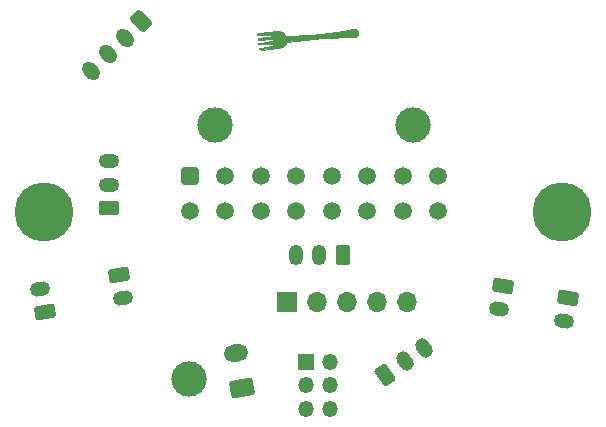
<source format=gbr>
%TF.GenerationSoftware,KiCad,Pcbnew,(6.0.1)*%
%TF.CreationDate,2022-03-14T16:44:18+09:00*%
%TF.ProjectId,v0_miniAB_pancake_board,76305f6d-696e-4694-9142-5f70616e6361,rev?*%
%TF.SameCoordinates,Original*%
%TF.FileFunction,Soldermask,Bot*%
%TF.FilePolarity,Negative*%
%FSLAX46Y46*%
G04 Gerber Fmt 4.6, Leading zero omitted, Abs format (unit mm)*
G04 Created by KiCad (PCBNEW (6.0.1)) date 2022-03-14 16:44:18*
%MOMM*%
%LPD*%
G01*
G04 APERTURE LIST*
G04 Aperture macros list*
%AMRoundRect*
0 Rectangle with rounded corners*
0 $1 Rounding radius*
0 $2 $3 $4 $5 $6 $7 $8 $9 X,Y pos of 4 corners*
0 Add a 4 corners polygon primitive as box body*
4,1,4,$2,$3,$4,$5,$6,$7,$8,$9,$2,$3,0*
0 Add four circle primitives for the rounded corners*
1,1,$1+$1,$2,$3*
1,1,$1+$1,$4,$5*
1,1,$1+$1,$6,$7*
1,1,$1+$1,$8,$9*
0 Add four rect primitives between the rounded corners*
20,1,$1+$1,$2,$3,$4,$5,0*
20,1,$1+$1,$4,$5,$6,$7,0*
20,1,$1+$1,$6,$7,$8,$9,0*
20,1,$1+$1,$8,$9,$2,$3,0*%
%AMHorizOval*
0 Thick line with rounded ends*
0 $1 width*
0 $2 $3 position (X,Y) of the first rounded end (center of the circle)*
0 $4 $5 position (X,Y) of the second rounded end (center of the circle)*
0 Add line between two ends*
20,1,$1,$2,$3,$4,$5,0*
0 Add two circle primitives to create the rounded ends*
1,1,$1,$2,$3*
1,1,$1,$4,$5*%
G04 Aperture macros list end*
%ADD10C,0.013229*%
%ADD11RoundRect,0.249999X-0.194454X0.689431X-0.689431X0.194454X0.194454X-0.689431X0.689431X-0.194454X0*%
%ADD12HorizOval,1.200000X-0.194454X0.194454X0.194454X-0.194454X0*%
%ADD13C,3.000000*%
%ADD14RoundRect,0.250001X0.835277X-0.360430X0.661629X0.624375X-0.835277X0.360430X-0.661629X-0.624375X0*%
%ADD15HorizOval,1.500000X0.256050X0.045149X-0.256050X-0.045149X0*%
%ADD16RoundRect,0.249999X-0.676283X0.236153X-0.554729X-0.453214X0.676283X-0.236153X0.554729X0.453214X0*%
%ADD17HorizOval,1.200000X-0.270822X-0.047753X0.270822X0.047753X0*%
%ADD18RoundRect,0.249999X-0.554729X0.453214X-0.676283X-0.236153X0.554729X-0.453214X0.676283X0.236153X0*%
%ADD19HorizOval,1.200000X-0.270822X0.047753X0.270822X-0.047753X0*%
%ADD20RoundRect,0.249999X0.676283X-0.236153X0.554729X0.453214X-0.676283X0.236153X-0.554729X-0.453214X0*%
%ADD21HorizOval,1.200000X0.270822X0.047753X-0.270822X-0.047753X0*%
%ADD22R,1.350000X1.350000*%
%ADD23O,1.350000X1.350000*%
%ADD24RoundRect,0.250000X0.071782X-0.712722X0.645188X-0.311218X-0.071782X0.712722X-0.645188X0.311218X0*%
%ADD25HorizOval,1.200000X-0.157734X0.225267X0.157734X-0.225267X0*%
%ADD26R,1.700000X1.700000*%
%ADD27O,1.700000X1.700000*%
%ADD28C,5.000000*%
%ADD29RoundRect,0.250000X0.350000X0.625000X-0.350000X0.625000X-0.350000X-0.625000X0.350000X-0.625000X0*%
%ADD30O,1.200000X1.750000*%
%ADD31RoundRect,0.250000X0.625000X-0.350000X0.625000X0.350000X-0.625000X0.350000X-0.625000X-0.350000X0*%
%ADD32O,1.750000X1.200000*%
%ADD33RoundRect,0.250001X-0.499999X-0.499999X0.499999X-0.499999X0.499999X0.499999X-0.499999X0.499999X0*%
%ADD34C,1.500000*%
G04 APERTURE END LIST*
D10*
X98540795Y-85126151D02*
X98555680Y-85157895D01*
X98555680Y-85157895D02*
X98568838Y-85190359D01*
X98568838Y-85190359D02*
X98580290Y-85223464D01*
X98580290Y-85223464D02*
X98590056Y-85257132D01*
X98590056Y-85257132D02*
X98598154Y-85291284D01*
X98598154Y-85291284D02*
X98604605Y-85325842D01*
X98604605Y-85325842D02*
X98609429Y-85360728D01*
X98609429Y-85360728D02*
X98612646Y-85395862D01*
X98612646Y-85395862D02*
X98614274Y-85431166D01*
X98614274Y-85431166D02*
X98614333Y-85466563D01*
X98614333Y-85466563D02*
X98612844Y-85501974D01*
X98612844Y-85501974D02*
X98609826Y-85537319D01*
X98609826Y-85537319D02*
X98605298Y-85572522D01*
X98605298Y-85572522D02*
X98599280Y-85607501D01*
X98599280Y-85607501D02*
X98591794Y-85642182D01*
X98591794Y-85642182D02*
X98582855Y-85676483D01*
X98582855Y-85676483D02*
X99402154Y-85543024D01*
X99402154Y-85543024D02*
X100177600Y-85445600D01*
X100177600Y-85445600D02*
X100918184Y-85376823D01*
X100918184Y-85376823D02*
X101632895Y-85329310D01*
X101632895Y-85329310D02*
X104412822Y-85204191D01*
X104412822Y-85204191D02*
X104428918Y-85202787D01*
X104428918Y-85202787D02*
X104444724Y-85200554D01*
X104444724Y-85200554D02*
X104460226Y-85197516D01*
X104460226Y-85197516D02*
X104475401Y-85193697D01*
X104475401Y-85193697D02*
X104490237Y-85189119D01*
X104490237Y-85189119D02*
X104504713Y-85183809D01*
X104504713Y-85183809D02*
X104518812Y-85177786D01*
X104518812Y-85177786D02*
X104532517Y-85171077D01*
X104532517Y-85171077D02*
X104545811Y-85163704D01*
X104545811Y-85163704D02*
X104558677Y-85155691D01*
X104558677Y-85155691D02*
X104571095Y-85147061D01*
X104571095Y-85147061D02*
X104583049Y-85137839D01*
X104583049Y-85137839D02*
X104594522Y-85128047D01*
X104594522Y-85128047D02*
X104605496Y-85117709D01*
X104605496Y-85117709D02*
X104615953Y-85106849D01*
X104615953Y-85106849D02*
X104625876Y-85095489D01*
X104625876Y-85095489D02*
X104635247Y-85083655D01*
X104635247Y-85083655D02*
X104644050Y-85071369D01*
X104644050Y-85071369D02*
X104652265Y-85058654D01*
X104652265Y-85058654D02*
X104659876Y-85045536D01*
X104659876Y-85045536D02*
X104666866Y-85032035D01*
X104666866Y-85032035D02*
X104673218Y-85018178D01*
X104673218Y-85018178D02*
X104678911Y-85003986D01*
X104678911Y-85003986D02*
X104683932Y-84989484D01*
X104683932Y-84989484D02*
X104688260Y-84974696D01*
X104688260Y-84974696D02*
X104691879Y-84959643D01*
X104691879Y-84959643D02*
X104694771Y-84944352D01*
X104694771Y-84944352D02*
X104696920Y-84928842D01*
X104696920Y-84928842D02*
X104698306Y-84913142D01*
X104698306Y-84913142D02*
X104698914Y-84897271D01*
X104698914Y-84897271D02*
X104698724Y-84881256D01*
X104698724Y-84881256D02*
X104697721Y-84865118D01*
X104697721Y-84865118D02*
X104695904Y-84849034D01*
X104695904Y-84849034D02*
X104693303Y-84833179D01*
X104693303Y-84833179D02*
X104689940Y-84817576D01*
X104689940Y-84817576D02*
X104685835Y-84802251D01*
X104685835Y-84802251D02*
X104681011Y-84787224D01*
X104681011Y-84787224D02*
X104675490Y-84772521D01*
X104675490Y-84772521D02*
X104669292Y-84758165D01*
X104669292Y-84758165D02*
X104662440Y-84744179D01*
X104662440Y-84744179D02*
X104654956Y-84730586D01*
X104654956Y-84730586D02*
X104646861Y-84717411D01*
X104646861Y-84717411D02*
X104638177Y-84704677D01*
X104638177Y-84704677D02*
X104628926Y-84692407D01*
X104628926Y-84692407D02*
X104619130Y-84680624D01*
X104619130Y-84680624D02*
X104608809Y-84669352D01*
X104608809Y-84669352D02*
X104597987Y-84658616D01*
X104597987Y-84658616D02*
X104586684Y-84648437D01*
X104586684Y-84648437D02*
X104574923Y-84638841D01*
X104574923Y-84638841D02*
X104562726Y-84629849D01*
X104562726Y-84629849D02*
X104550113Y-84621486D01*
X104550113Y-84621486D02*
X104537107Y-84613775D01*
X104537107Y-84613775D02*
X104523730Y-84606740D01*
X104523730Y-84606740D02*
X104510002Y-84600405D01*
X104510002Y-84600405D02*
X104495947Y-84594791D01*
X104495947Y-84594791D02*
X104481585Y-84589924D01*
X104481585Y-84589924D02*
X104466938Y-84585826D01*
X104466938Y-84585826D02*
X104452029Y-84582522D01*
X104452029Y-84582522D02*
X104436879Y-84580034D01*
X104436879Y-84580034D02*
X104421509Y-84578387D01*
X104421509Y-84578387D02*
X104405941Y-84577603D01*
X104405941Y-84577603D02*
X104390198Y-84577707D01*
X104390198Y-84577707D02*
X104374301Y-84578720D01*
X104374301Y-84578720D02*
X104358271Y-84580669D01*
X104358271Y-84580669D02*
X102909283Y-84789332D01*
X102909283Y-84789332D02*
X102184626Y-84882361D01*
X102184626Y-84882361D02*
X101459229Y-84964245D01*
X101459229Y-84964245D02*
X100732621Y-85032275D01*
X100732621Y-85032275D02*
X100004327Y-85083741D01*
X100004327Y-85083741D02*
X99273876Y-85115936D01*
X99273876Y-85115936D02*
X98540794Y-85126151D01*
X98540794Y-85126151D02*
X98540795Y-85126151D01*
X98540795Y-85126151D02*
X98540795Y-85126151D01*
G36*
X104421509Y-84578387D02*
G01*
X104436879Y-84580034D01*
X104452029Y-84582522D01*
X104466938Y-84585826D01*
X104481585Y-84589924D01*
X104495947Y-84594791D01*
X104510002Y-84600405D01*
X104523730Y-84606740D01*
X104537107Y-84613775D01*
X104550113Y-84621486D01*
X104562726Y-84629849D01*
X104574923Y-84638841D01*
X104586684Y-84648437D01*
X104597987Y-84658616D01*
X104608809Y-84669352D01*
X104619130Y-84680624D01*
X104628926Y-84692407D01*
X104638177Y-84704677D01*
X104646861Y-84717411D01*
X104654956Y-84730586D01*
X104662440Y-84744179D01*
X104669292Y-84758165D01*
X104675490Y-84772521D01*
X104681011Y-84787224D01*
X104685835Y-84802251D01*
X104689940Y-84817576D01*
X104693303Y-84833179D01*
X104695904Y-84849034D01*
X104697721Y-84865118D01*
X104698724Y-84881256D01*
X104698914Y-84897271D01*
X104698306Y-84913142D01*
X104696920Y-84928842D01*
X104694771Y-84944352D01*
X104691879Y-84959643D01*
X104688260Y-84974696D01*
X104683932Y-84989484D01*
X104678911Y-85003986D01*
X104673218Y-85018178D01*
X104666866Y-85032035D01*
X104659876Y-85045536D01*
X104652265Y-85058654D01*
X104644050Y-85071369D01*
X104635247Y-85083655D01*
X104625876Y-85095489D01*
X104615953Y-85106849D01*
X104605496Y-85117709D01*
X104594522Y-85128047D01*
X104583049Y-85137839D01*
X104571095Y-85147061D01*
X104558677Y-85155691D01*
X104545811Y-85163704D01*
X104532517Y-85171077D01*
X104518812Y-85177786D01*
X104504713Y-85183809D01*
X104490237Y-85189119D01*
X104475401Y-85193697D01*
X104460226Y-85197516D01*
X104444724Y-85200554D01*
X104428918Y-85202787D01*
X104412822Y-85204191D01*
X101632895Y-85329310D01*
X100918184Y-85376823D01*
X100177600Y-85445600D01*
X99402154Y-85543024D01*
X98582855Y-85676483D01*
X98591794Y-85642182D01*
X98599280Y-85607501D01*
X98605298Y-85572522D01*
X98609826Y-85537319D01*
X98612844Y-85501974D01*
X98614333Y-85466563D01*
X98614274Y-85431166D01*
X98612646Y-85395862D01*
X98609429Y-85360728D01*
X98604605Y-85325842D01*
X98598154Y-85291284D01*
X98590056Y-85257132D01*
X98580290Y-85223464D01*
X98568838Y-85190359D01*
X98555680Y-85157895D01*
X98540795Y-85126151D01*
X98540794Y-85126151D01*
X99273876Y-85115936D01*
X100004327Y-85083741D01*
X100732621Y-85032275D01*
X101459229Y-84964245D01*
X102184626Y-84882361D01*
X102909283Y-84789332D01*
X104358271Y-84580669D01*
X104374301Y-84578720D01*
X104390198Y-84577707D01*
X104405941Y-84577603D01*
X104421509Y-84578387D01*
G37*
X104421509Y-84578387D02*
X104436879Y-84580034D01*
X104452029Y-84582522D01*
X104466938Y-84585826D01*
X104481585Y-84589924D01*
X104495947Y-84594791D01*
X104510002Y-84600405D01*
X104523730Y-84606740D01*
X104537107Y-84613775D01*
X104550113Y-84621486D01*
X104562726Y-84629849D01*
X104574923Y-84638841D01*
X104586684Y-84648437D01*
X104597987Y-84658616D01*
X104608809Y-84669352D01*
X104619130Y-84680624D01*
X104628926Y-84692407D01*
X104638177Y-84704677D01*
X104646861Y-84717411D01*
X104654956Y-84730586D01*
X104662440Y-84744179D01*
X104669292Y-84758165D01*
X104675490Y-84772521D01*
X104681011Y-84787224D01*
X104685835Y-84802251D01*
X104689940Y-84817576D01*
X104693303Y-84833179D01*
X104695904Y-84849034D01*
X104697721Y-84865118D01*
X104698724Y-84881256D01*
X104698914Y-84897271D01*
X104698306Y-84913142D01*
X104696920Y-84928842D01*
X104694771Y-84944352D01*
X104691879Y-84959643D01*
X104688260Y-84974696D01*
X104683932Y-84989484D01*
X104678911Y-85003986D01*
X104673218Y-85018178D01*
X104666866Y-85032035D01*
X104659876Y-85045536D01*
X104652265Y-85058654D01*
X104644050Y-85071369D01*
X104635247Y-85083655D01*
X104625876Y-85095489D01*
X104615953Y-85106849D01*
X104605496Y-85117709D01*
X104594522Y-85128047D01*
X104583049Y-85137839D01*
X104571095Y-85147061D01*
X104558677Y-85155691D01*
X104545811Y-85163704D01*
X104532517Y-85171077D01*
X104518812Y-85177786D01*
X104504713Y-85183809D01*
X104490237Y-85189119D01*
X104475401Y-85193697D01*
X104460226Y-85197516D01*
X104444724Y-85200554D01*
X104428918Y-85202787D01*
X104412822Y-85204191D01*
X101632895Y-85329310D01*
X100918184Y-85376823D01*
X100177600Y-85445600D01*
X99402154Y-85543024D01*
X98582855Y-85676483D01*
X98591794Y-85642182D01*
X98599280Y-85607501D01*
X98605298Y-85572522D01*
X98609826Y-85537319D01*
X98612844Y-85501974D01*
X98614333Y-85466563D01*
X98614274Y-85431166D01*
X98612646Y-85395862D01*
X98609429Y-85360728D01*
X98604605Y-85325842D01*
X98598154Y-85291284D01*
X98590056Y-85257132D01*
X98580290Y-85223464D01*
X98568838Y-85190359D01*
X98555680Y-85157895D01*
X98540795Y-85126151D01*
X98540794Y-85126151D01*
X99273876Y-85115936D01*
X100004327Y-85083741D01*
X100732621Y-85032275D01*
X101459229Y-84964245D01*
X102184626Y-84882361D01*
X102909283Y-84789332D01*
X104358271Y-84580669D01*
X104374301Y-84578720D01*
X104390198Y-84577707D01*
X104405941Y-84577603D01*
X104421509Y-84578387D01*
X96347305Y-84871877D02*
X97834226Y-84741788D01*
X97834226Y-84741788D02*
X97920954Y-84738322D01*
X97920954Y-84738322D02*
X98002837Y-84743171D01*
X98002837Y-84743171D02*
X98079814Y-84755815D01*
X98079814Y-84755815D02*
X98151828Y-84775730D01*
X98151828Y-84775730D02*
X98218818Y-84802398D01*
X98218818Y-84802398D02*
X98280728Y-84835295D01*
X98280728Y-84835295D02*
X98337496Y-84873901D01*
X98337496Y-84873901D02*
X98389064Y-84917694D01*
X98389064Y-84917694D02*
X98435373Y-84966151D01*
X98435373Y-84966151D02*
X98476365Y-85018754D01*
X98476365Y-85018754D02*
X98511981Y-85074977D01*
X98511981Y-85074977D02*
X98542160Y-85134303D01*
X98542160Y-85134303D02*
X98566844Y-85196207D01*
X98566844Y-85196207D02*
X98585975Y-85260170D01*
X98585975Y-85260170D02*
X98599494Y-85325669D01*
X98599494Y-85325669D02*
X98607340Y-85392183D01*
X98607340Y-85392183D02*
X98609456Y-85459191D01*
X98609456Y-85459191D02*
X98605783Y-85526171D01*
X98605783Y-85526171D02*
X98596260Y-85592602D01*
X98596260Y-85592602D02*
X98580831Y-85657961D01*
X98580831Y-85657961D02*
X98559434Y-85721729D01*
X98559434Y-85721729D02*
X98532012Y-85783382D01*
X98532012Y-85783382D02*
X98498506Y-85842400D01*
X98498506Y-85842400D02*
X98458857Y-85898262D01*
X98458857Y-85898262D02*
X98413004Y-85950445D01*
X98413004Y-85950445D02*
X98360890Y-85998430D01*
X98360890Y-85998430D02*
X98302456Y-86041692D01*
X98302456Y-86041692D02*
X98237642Y-86079712D01*
X98237642Y-86079712D02*
X98166390Y-86111968D01*
X98166390Y-86111968D02*
X98088641Y-86137939D01*
X98088641Y-86137939D02*
X98004335Y-86157101D01*
X98004335Y-86157101D02*
X97913415Y-86168937D01*
X97913415Y-86168937D02*
X96471817Y-86295060D01*
X96471817Y-86295060D02*
X96424835Y-86288021D01*
X96424835Y-86288021D02*
X96383326Y-86281134D01*
X96383326Y-86281134D02*
X96347400Y-86274266D01*
X96347400Y-86274266D02*
X96317165Y-86267284D01*
X96317165Y-86267284D02*
X96292730Y-86260058D01*
X96292730Y-86260058D02*
X96282723Y-86256312D01*
X96282723Y-86256312D02*
X96274206Y-86252457D01*
X96274206Y-86252457D02*
X96267194Y-86248473D01*
X96267194Y-86248473D02*
X96261700Y-86244347D01*
X96261700Y-86244347D02*
X96257737Y-86240060D01*
X96257737Y-86240060D02*
X96255321Y-86235598D01*
X96255321Y-86235598D02*
X96254463Y-86230942D01*
X96254463Y-86230942D02*
X96255179Y-86226078D01*
X96255179Y-86226078D02*
X96257481Y-86220987D01*
X96257481Y-86220987D02*
X96261382Y-86215655D01*
X96261382Y-86215655D02*
X96266898Y-86210063D01*
X96266898Y-86210063D02*
X96274041Y-86204197D01*
X96274041Y-86204197D02*
X96282823Y-86198039D01*
X96282823Y-86198039D02*
X96293261Y-86191573D01*
X96293261Y-86191573D02*
X96319156Y-86177651D01*
X96319156Y-86177651D02*
X96351831Y-86162298D01*
X96351831Y-86162298D02*
X96391396Y-86145386D01*
X96391396Y-86145386D02*
X96437962Y-86126780D01*
X96437962Y-86126780D02*
X97363130Y-85984734D01*
X97363130Y-85984734D02*
X97404539Y-85970122D01*
X97404539Y-85970122D02*
X97439889Y-85955818D01*
X97439889Y-85955818D02*
X97455322Y-85948802D01*
X97455322Y-85948802D02*
X97469275Y-85941885D01*
X97469275Y-85941885D02*
X97481760Y-85935076D01*
X97481760Y-85935076D02*
X97492790Y-85928383D01*
X97492790Y-85928383D02*
X97502375Y-85921814D01*
X97502375Y-85921814D02*
X97510526Y-85915375D01*
X97510526Y-85915375D02*
X97517258Y-85909075D01*
X97517258Y-85909075D02*
X97522581Y-85902922D01*
X97522581Y-85902922D02*
X97526505Y-85896922D01*
X97526505Y-85896922D02*
X97529044Y-85891084D01*
X97529044Y-85891084D02*
X97530209Y-85885414D01*
X97530209Y-85885414D02*
X97530012Y-85879923D01*
X97530012Y-85879923D02*
X97528464Y-85874615D01*
X97528464Y-85874615D02*
X97525577Y-85869501D01*
X97525577Y-85869501D02*
X97521363Y-85864586D01*
X97521363Y-85864586D02*
X97515835Y-85859879D01*
X97515835Y-85859879D02*
X97509001Y-85855387D01*
X97509001Y-85855387D02*
X97500876Y-85851117D01*
X97500876Y-85851117D02*
X97491472Y-85847080D01*
X97491472Y-85847080D02*
X97480798Y-85843280D01*
X97480798Y-85843280D02*
X97468867Y-85839726D01*
X97468867Y-85839726D02*
X97455692Y-85836425D01*
X97455692Y-85836425D02*
X97441282Y-85833386D01*
X97441282Y-85833386D02*
X97425651Y-85830616D01*
X97425651Y-85830616D02*
X97390773Y-85825914D01*
X97390773Y-85825914D02*
X97351147Y-85822379D01*
X97351147Y-85822379D02*
X97237549Y-85818627D01*
X97237549Y-85818627D02*
X97099940Y-85820037D01*
X97099940Y-85820037D02*
X96950386Y-85825171D01*
X96950386Y-85825171D02*
X96800959Y-85832595D01*
X96800959Y-85832595D02*
X96445907Y-85856434D01*
X96445907Y-85856434D02*
X96390675Y-85852529D01*
X96390675Y-85852529D02*
X96342915Y-85847613D01*
X96342915Y-85847613D02*
X96302590Y-85841721D01*
X96302590Y-85841721D02*
X96269663Y-85834886D01*
X96269663Y-85834886D02*
X96255963Y-85831126D01*
X96255963Y-85831126D02*
X96244096Y-85827142D01*
X96244096Y-85827142D02*
X96234061Y-85822939D01*
X96234061Y-85822939D02*
X96225852Y-85818523D01*
X96225852Y-85818523D02*
X96219463Y-85813896D01*
X96219463Y-85813896D02*
X96214891Y-85809064D01*
X96214891Y-85809064D02*
X96212131Y-85804030D01*
X96212131Y-85804030D02*
X96211179Y-85798798D01*
X96211179Y-85798798D02*
X96212027Y-85793373D01*
X96212027Y-85793373D02*
X96214675Y-85787759D01*
X96214675Y-85787759D02*
X96219114Y-85781960D01*
X96219114Y-85781960D02*
X96225343Y-85775982D01*
X96225343Y-85775982D02*
X96233355Y-85769827D01*
X96233355Y-85769827D02*
X96243145Y-85763500D01*
X96243145Y-85763500D02*
X96254710Y-85757005D01*
X96254710Y-85757005D02*
X96268044Y-85750346D01*
X96268044Y-85750346D02*
X96300003Y-85736558D01*
X96300003Y-85736558D02*
X96338982Y-85722166D01*
X96338982Y-85722166D02*
X96384946Y-85707205D01*
X96384946Y-85707205D02*
X96437856Y-85691708D01*
X96437856Y-85691708D02*
X97332111Y-85579512D01*
X97332111Y-85579512D02*
X97354985Y-85573786D01*
X97354985Y-85573786D02*
X97376284Y-85567908D01*
X97376284Y-85567908D02*
X97396012Y-85561895D01*
X97396012Y-85561895D02*
X97414175Y-85555767D01*
X97414175Y-85555767D02*
X97430778Y-85549540D01*
X97430778Y-85549540D02*
X97445827Y-85543235D01*
X97445827Y-85543235D02*
X97459327Y-85536868D01*
X97459327Y-85536868D02*
X97471284Y-85530458D01*
X97471284Y-85530458D02*
X97481704Y-85524025D01*
X97481704Y-85524025D02*
X97490592Y-85517586D01*
X97490592Y-85517586D02*
X97497954Y-85511160D01*
X97497954Y-85511160D02*
X97503794Y-85504764D01*
X97503794Y-85504764D02*
X97508119Y-85498417D01*
X97508119Y-85498417D02*
X97510933Y-85492139D01*
X97510933Y-85492139D02*
X97512245Y-85485946D01*
X97512245Y-85485946D02*
X97512056Y-85479858D01*
X97512056Y-85479858D02*
X97510375Y-85473893D01*
X97510375Y-85473893D02*
X97507205Y-85468069D01*
X97507205Y-85468069D02*
X97502554Y-85462405D01*
X97502554Y-85462405D02*
X97496426Y-85456919D01*
X97496426Y-85456919D02*
X97488827Y-85451629D01*
X97488827Y-85451629D02*
X97479761Y-85446554D01*
X97479761Y-85446554D02*
X97469236Y-85441712D01*
X97469236Y-85441712D02*
X97457256Y-85437122D01*
X97457256Y-85437122D02*
X97443826Y-85432801D01*
X97443826Y-85432801D02*
X97428954Y-85428769D01*
X97428954Y-85428769D02*
X97412644Y-85425043D01*
X97412644Y-85425043D02*
X97394901Y-85421643D01*
X97394901Y-85421643D02*
X97375730Y-85418586D01*
X97375730Y-85418586D02*
X97355139Y-85415890D01*
X97355139Y-85415890D02*
X97333132Y-85413574D01*
X97333132Y-85413574D02*
X97309713Y-85411658D01*
X97309713Y-85411658D02*
X96402631Y-85486484D01*
X96402631Y-85486484D02*
X96347201Y-85482079D01*
X96347201Y-85482079D02*
X96322325Y-85479251D01*
X96322325Y-85479251D02*
X96299334Y-85476027D01*
X96299334Y-85476027D02*
X96278222Y-85472425D01*
X96278222Y-85472425D02*
X96258987Y-85468460D01*
X96258987Y-85468460D02*
X96241621Y-85464148D01*
X96241621Y-85464148D02*
X96226120Y-85459506D01*
X96226120Y-85459506D02*
X96212478Y-85454549D01*
X96212478Y-85454549D02*
X96200691Y-85449294D01*
X96200691Y-85449294D02*
X96190753Y-85443757D01*
X96190753Y-85443757D02*
X96182659Y-85437954D01*
X96182659Y-85437954D02*
X96176405Y-85431902D01*
X96176405Y-85431902D02*
X96171984Y-85425617D01*
X96171984Y-85425617D02*
X96169392Y-85419114D01*
X96169392Y-85419114D02*
X96168623Y-85412411D01*
X96168623Y-85412411D02*
X96169672Y-85405522D01*
X96169672Y-85405522D02*
X96172535Y-85398465D01*
X96172535Y-85398465D02*
X96177206Y-85391255D01*
X96177206Y-85391255D02*
X96183679Y-85383909D01*
X96183679Y-85383909D02*
X96191950Y-85376443D01*
X96191950Y-85376443D02*
X96202014Y-85368872D01*
X96202014Y-85368872D02*
X96213865Y-85361214D01*
X96213865Y-85361214D02*
X96227498Y-85353484D01*
X96227498Y-85353484D02*
X96242908Y-85345699D01*
X96242908Y-85345699D02*
X96260091Y-85337875D01*
X96260091Y-85337875D02*
X96279040Y-85330028D01*
X96279040Y-85330028D02*
X96299750Y-85322174D01*
X96299750Y-85322174D02*
X96346435Y-85306510D01*
X96346435Y-85306510D02*
X96400104Y-85291013D01*
X96400104Y-85291013D02*
X96504325Y-85282058D01*
X96504325Y-85282058D02*
X96752278Y-85257338D01*
X96752278Y-85257338D02*
X96899824Y-85240069D01*
X96899824Y-85240069D02*
X97046903Y-85220065D01*
X97046903Y-85220065D02*
X97116477Y-85209162D01*
X97116477Y-85209162D02*
X97181385Y-85197726D01*
X97181385Y-85197726D02*
X97240110Y-85185806D01*
X97240110Y-85185806D02*
X97291136Y-85173453D01*
X97291136Y-85173453D02*
X97315976Y-85168149D01*
X97315976Y-85168149D02*
X97338754Y-85162708D01*
X97338754Y-85162708D02*
X97359513Y-85157146D01*
X97359513Y-85157146D02*
X97378292Y-85151481D01*
X97378292Y-85151481D02*
X97395136Y-85145728D01*
X97395136Y-85145728D02*
X97410083Y-85139904D01*
X97410083Y-85139904D02*
X97423179Y-85134026D01*
X97423179Y-85134026D02*
X97434462Y-85128112D01*
X97434462Y-85128112D02*
X97443977Y-85122177D01*
X97443977Y-85122177D02*
X97451763Y-85116237D01*
X97451763Y-85116237D02*
X97457864Y-85110311D01*
X97457864Y-85110311D02*
X97462321Y-85104415D01*
X97462321Y-85104415D02*
X97465175Y-85098565D01*
X97465175Y-85098565D02*
X97466469Y-85092778D01*
X97466469Y-85092778D02*
X97466243Y-85087070D01*
X97466243Y-85087070D02*
X97464542Y-85081459D01*
X97464542Y-85081459D02*
X97461405Y-85075962D01*
X97461405Y-85075962D02*
X97456874Y-85070593D01*
X97456874Y-85070593D02*
X97450992Y-85065372D01*
X97450992Y-85065372D02*
X97443800Y-85060314D01*
X97443800Y-85060314D02*
X97435340Y-85055436D01*
X97435340Y-85055436D02*
X97425654Y-85050754D01*
X97425654Y-85050754D02*
X97414783Y-85046286D01*
X97414783Y-85046286D02*
X97402770Y-85042048D01*
X97402770Y-85042048D02*
X97375482Y-85034328D01*
X97375482Y-85034328D02*
X97344126Y-85027730D01*
X97344126Y-85027730D02*
X97309035Y-85022386D01*
X97309035Y-85022386D02*
X97270543Y-85018430D01*
X97270543Y-85018430D02*
X97211471Y-85014795D01*
X97211471Y-85014795D02*
X97147583Y-85012805D01*
X97147583Y-85012805D02*
X97009486Y-85012986D01*
X97009486Y-85012986D02*
X96864492Y-85017422D01*
X96864492Y-85017422D02*
X96720841Y-85024563D01*
X96720841Y-85024563D02*
X96324440Y-85049188D01*
X96324440Y-85049188D02*
X96296395Y-85048007D01*
X96296395Y-85048007D02*
X96270779Y-85046071D01*
X96270779Y-85046071D02*
X96247533Y-85043427D01*
X96247533Y-85043427D02*
X96226600Y-85040122D01*
X96226600Y-85040122D02*
X96207924Y-85036204D01*
X96207924Y-85036204D02*
X96191446Y-85031720D01*
X96191446Y-85031720D02*
X96177110Y-85026717D01*
X96177110Y-85026717D02*
X96164858Y-85021243D01*
X96164858Y-85021243D02*
X96154633Y-85015346D01*
X96154633Y-85015346D02*
X96146379Y-85009072D01*
X96146379Y-85009072D02*
X96140036Y-85002470D01*
X96140036Y-85002470D02*
X96135550Y-84995587D01*
X96135550Y-84995587D02*
X96132862Y-84988469D01*
X96132862Y-84988469D02*
X96131914Y-84981165D01*
X96131914Y-84981165D02*
X96132650Y-84973723D01*
X96132650Y-84973723D02*
X96135013Y-84966188D01*
X96135013Y-84966188D02*
X96138944Y-84958609D01*
X96138944Y-84958609D02*
X96144388Y-84951034D01*
X96144388Y-84951034D02*
X96151287Y-84943509D01*
X96151287Y-84943509D02*
X96159583Y-84936082D01*
X96159583Y-84936082D02*
X96169220Y-84928801D01*
X96169220Y-84928801D02*
X96180138Y-84921713D01*
X96180138Y-84921713D02*
X96192284Y-84914865D01*
X96192284Y-84914865D02*
X96205598Y-84908305D01*
X96205598Y-84908305D02*
X96220022Y-84902080D01*
X96220022Y-84902080D02*
X96235502Y-84896238D01*
X96235502Y-84896238D02*
X96251977Y-84890826D01*
X96251977Y-84890826D02*
X96269393Y-84885891D01*
X96269393Y-84885891D02*
X96287690Y-84881482D01*
X96287690Y-84881482D02*
X96306813Y-84877645D01*
X96306813Y-84877645D02*
X96326704Y-84874427D01*
X96326704Y-84874427D02*
X96347305Y-84871877D01*
X96347305Y-84871877D02*
X96347305Y-84871877D01*
G36*
X98002837Y-84743171D02*
G01*
X98079814Y-84755815D01*
X98151828Y-84775730D01*
X98218818Y-84802398D01*
X98280728Y-84835295D01*
X98337496Y-84873901D01*
X98389064Y-84917694D01*
X98435373Y-84966151D01*
X98476365Y-85018754D01*
X98511981Y-85074977D01*
X98542160Y-85134303D01*
X98566844Y-85196207D01*
X98585975Y-85260170D01*
X98599494Y-85325669D01*
X98607340Y-85392183D01*
X98609456Y-85459191D01*
X98605783Y-85526171D01*
X98596260Y-85592602D01*
X98580831Y-85657961D01*
X98559434Y-85721729D01*
X98532012Y-85783382D01*
X98498506Y-85842400D01*
X98458857Y-85898262D01*
X98413004Y-85950445D01*
X98360890Y-85998430D01*
X98302456Y-86041692D01*
X98237642Y-86079712D01*
X98166390Y-86111968D01*
X98088641Y-86137939D01*
X98004335Y-86157101D01*
X97913415Y-86168937D01*
X96471817Y-86295060D01*
X96424835Y-86288021D01*
X96383326Y-86281134D01*
X96347400Y-86274266D01*
X96317165Y-86267284D01*
X96292730Y-86260058D01*
X96282723Y-86256312D01*
X96274206Y-86252457D01*
X96267194Y-86248473D01*
X96261700Y-86244347D01*
X96257737Y-86240060D01*
X96255321Y-86235598D01*
X96254463Y-86230942D01*
X96255179Y-86226078D01*
X96257481Y-86220987D01*
X96261382Y-86215655D01*
X96266898Y-86210063D01*
X96274041Y-86204197D01*
X96282823Y-86198039D01*
X96293261Y-86191573D01*
X96319156Y-86177651D01*
X96351831Y-86162298D01*
X96391396Y-86145386D01*
X96437962Y-86126780D01*
X97363130Y-85984734D01*
X97404539Y-85970122D01*
X97439889Y-85955818D01*
X97455322Y-85948802D01*
X97469275Y-85941885D01*
X97481760Y-85935076D01*
X97492790Y-85928383D01*
X97502375Y-85921814D01*
X97510526Y-85915375D01*
X97517258Y-85909075D01*
X97522581Y-85902922D01*
X97526505Y-85896922D01*
X97529044Y-85891084D01*
X97530209Y-85885414D01*
X97530012Y-85879923D01*
X97528464Y-85874615D01*
X97525577Y-85869501D01*
X97521363Y-85864586D01*
X97515835Y-85859879D01*
X97509001Y-85855387D01*
X97500876Y-85851117D01*
X97491472Y-85847080D01*
X97480798Y-85843280D01*
X97468867Y-85839726D01*
X97455692Y-85836425D01*
X97441282Y-85833386D01*
X97425651Y-85830616D01*
X97390773Y-85825914D01*
X97351147Y-85822379D01*
X97237549Y-85818627D01*
X97099940Y-85820037D01*
X96950386Y-85825171D01*
X96800959Y-85832595D01*
X96445907Y-85856434D01*
X96390675Y-85852529D01*
X96342915Y-85847613D01*
X96302590Y-85841721D01*
X96269663Y-85834886D01*
X96255963Y-85831126D01*
X96244096Y-85827142D01*
X96234061Y-85822939D01*
X96225852Y-85818523D01*
X96219463Y-85813896D01*
X96214891Y-85809064D01*
X96212131Y-85804030D01*
X96211179Y-85798798D01*
X96212027Y-85793373D01*
X96214675Y-85787759D01*
X96219114Y-85781960D01*
X96225343Y-85775982D01*
X96233355Y-85769827D01*
X96243145Y-85763500D01*
X96254710Y-85757005D01*
X96268044Y-85750346D01*
X96300003Y-85736558D01*
X96338982Y-85722166D01*
X96384946Y-85707205D01*
X96437856Y-85691708D01*
X97332111Y-85579512D01*
X97354985Y-85573786D01*
X97376284Y-85567908D01*
X97396012Y-85561895D01*
X97414175Y-85555767D01*
X97430778Y-85549540D01*
X97445827Y-85543235D01*
X97459327Y-85536868D01*
X97471284Y-85530458D01*
X97481704Y-85524025D01*
X97490592Y-85517586D01*
X97497954Y-85511160D01*
X97503794Y-85504764D01*
X97508119Y-85498417D01*
X97510933Y-85492139D01*
X97512245Y-85485946D01*
X97512056Y-85479858D01*
X97510375Y-85473893D01*
X97507205Y-85468069D01*
X97502554Y-85462405D01*
X97496426Y-85456919D01*
X97488827Y-85451629D01*
X97479761Y-85446554D01*
X97469236Y-85441712D01*
X97457256Y-85437122D01*
X97443826Y-85432801D01*
X97428954Y-85428769D01*
X97412644Y-85425043D01*
X97394901Y-85421643D01*
X97375730Y-85418586D01*
X97355139Y-85415890D01*
X97333132Y-85413574D01*
X97309713Y-85411658D01*
X96402631Y-85486484D01*
X96347201Y-85482079D01*
X96322325Y-85479251D01*
X96299334Y-85476027D01*
X96278222Y-85472425D01*
X96258987Y-85468460D01*
X96241621Y-85464148D01*
X96226120Y-85459506D01*
X96212478Y-85454549D01*
X96200691Y-85449294D01*
X96190753Y-85443757D01*
X96182659Y-85437954D01*
X96176405Y-85431902D01*
X96171984Y-85425617D01*
X96169392Y-85419114D01*
X96168623Y-85412411D01*
X96169672Y-85405522D01*
X96172535Y-85398465D01*
X96177206Y-85391255D01*
X96183679Y-85383909D01*
X96191950Y-85376443D01*
X96202014Y-85368872D01*
X96213865Y-85361214D01*
X96227498Y-85353484D01*
X96242908Y-85345699D01*
X96260091Y-85337875D01*
X96279040Y-85330028D01*
X96299750Y-85322174D01*
X96346435Y-85306510D01*
X96400104Y-85291013D01*
X96504325Y-85282058D01*
X96752278Y-85257338D01*
X96899824Y-85240069D01*
X97046903Y-85220065D01*
X97116477Y-85209162D01*
X97181385Y-85197726D01*
X97240110Y-85185806D01*
X97291136Y-85173453D01*
X97315976Y-85168149D01*
X97338754Y-85162708D01*
X97359513Y-85157146D01*
X97378292Y-85151481D01*
X97395136Y-85145728D01*
X97410083Y-85139904D01*
X97423179Y-85134026D01*
X97434462Y-85128112D01*
X97443977Y-85122177D01*
X97451763Y-85116237D01*
X97457864Y-85110311D01*
X97462321Y-85104415D01*
X97465175Y-85098565D01*
X97466469Y-85092778D01*
X97466243Y-85087070D01*
X97464542Y-85081459D01*
X97461405Y-85075962D01*
X97456874Y-85070593D01*
X97450992Y-85065372D01*
X97443800Y-85060314D01*
X97435340Y-85055436D01*
X97425654Y-85050754D01*
X97414783Y-85046286D01*
X97402770Y-85042048D01*
X97375482Y-85034328D01*
X97344126Y-85027730D01*
X97309035Y-85022386D01*
X97270543Y-85018430D01*
X97211471Y-85014795D01*
X97147583Y-85012805D01*
X97009486Y-85012986D01*
X96864492Y-85017422D01*
X96720841Y-85024563D01*
X96324440Y-85049188D01*
X96296395Y-85048007D01*
X96270779Y-85046071D01*
X96247533Y-85043427D01*
X96226600Y-85040122D01*
X96207924Y-85036204D01*
X96191446Y-85031720D01*
X96177110Y-85026717D01*
X96164858Y-85021243D01*
X96154633Y-85015346D01*
X96146379Y-85009072D01*
X96140036Y-85002470D01*
X96135550Y-84995587D01*
X96132862Y-84988469D01*
X96131914Y-84981165D01*
X96132650Y-84973723D01*
X96135013Y-84966188D01*
X96138944Y-84958609D01*
X96144388Y-84951034D01*
X96151287Y-84943509D01*
X96159583Y-84936082D01*
X96169220Y-84928801D01*
X96180138Y-84921713D01*
X96192284Y-84914865D01*
X96205598Y-84908305D01*
X96220022Y-84902080D01*
X96235502Y-84896238D01*
X96251977Y-84890826D01*
X96269393Y-84885891D01*
X96287690Y-84881482D01*
X96306813Y-84877645D01*
X96326704Y-84874427D01*
X96347305Y-84871877D01*
X97834226Y-84741788D01*
X97920954Y-84738322D01*
X98002837Y-84743171D01*
G37*
X98002837Y-84743171D02*
X98079814Y-84755815D01*
X98151828Y-84775730D01*
X98218818Y-84802398D01*
X98280728Y-84835295D01*
X98337496Y-84873901D01*
X98389064Y-84917694D01*
X98435373Y-84966151D01*
X98476365Y-85018754D01*
X98511981Y-85074977D01*
X98542160Y-85134303D01*
X98566844Y-85196207D01*
X98585975Y-85260170D01*
X98599494Y-85325669D01*
X98607340Y-85392183D01*
X98609456Y-85459191D01*
X98605783Y-85526171D01*
X98596260Y-85592602D01*
X98580831Y-85657961D01*
X98559434Y-85721729D01*
X98532012Y-85783382D01*
X98498506Y-85842400D01*
X98458857Y-85898262D01*
X98413004Y-85950445D01*
X98360890Y-85998430D01*
X98302456Y-86041692D01*
X98237642Y-86079712D01*
X98166390Y-86111968D01*
X98088641Y-86137939D01*
X98004335Y-86157101D01*
X97913415Y-86168937D01*
X96471817Y-86295060D01*
X96424835Y-86288021D01*
X96383326Y-86281134D01*
X96347400Y-86274266D01*
X96317165Y-86267284D01*
X96292730Y-86260058D01*
X96282723Y-86256312D01*
X96274206Y-86252457D01*
X96267194Y-86248473D01*
X96261700Y-86244347D01*
X96257737Y-86240060D01*
X96255321Y-86235598D01*
X96254463Y-86230942D01*
X96255179Y-86226078D01*
X96257481Y-86220987D01*
X96261382Y-86215655D01*
X96266898Y-86210063D01*
X96274041Y-86204197D01*
X96282823Y-86198039D01*
X96293261Y-86191573D01*
X96319156Y-86177651D01*
X96351831Y-86162298D01*
X96391396Y-86145386D01*
X96437962Y-86126780D01*
X97363130Y-85984734D01*
X97404539Y-85970122D01*
X97439889Y-85955818D01*
X97455322Y-85948802D01*
X97469275Y-85941885D01*
X97481760Y-85935076D01*
X97492790Y-85928383D01*
X97502375Y-85921814D01*
X97510526Y-85915375D01*
X97517258Y-85909075D01*
X97522581Y-85902922D01*
X97526505Y-85896922D01*
X97529044Y-85891084D01*
X97530209Y-85885414D01*
X97530012Y-85879923D01*
X97528464Y-85874615D01*
X97525577Y-85869501D01*
X97521363Y-85864586D01*
X97515835Y-85859879D01*
X97509001Y-85855387D01*
X97500876Y-85851117D01*
X97491472Y-85847080D01*
X97480798Y-85843280D01*
X97468867Y-85839726D01*
X97455692Y-85836425D01*
X97441282Y-85833386D01*
X97425651Y-85830616D01*
X97390773Y-85825914D01*
X97351147Y-85822379D01*
X97237549Y-85818627D01*
X97099940Y-85820037D01*
X96950386Y-85825171D01*
X96800959Y-85832595D01*
X96445907Y-85856434D01*
X96390675Y-85852529D01*
X96342915Y-85847613D01*
X96302590Y-85841721D01*
X96269663Y-85834886D01*
X96255963Y-85831126D01*
X96244096Y-85827142D01*
X96234061Y-85822939D01*
X96225852Y-85818523D01*
X96219463Y-85813896D01*
X96214891Y-85809064D01*
X96212131Y-85804030D01*
X96211179Y-85798798D01*
X96212027Y-85793373D01*
X96214675Y-85787759D01*
X96219114Y-85781960D01*
X96225343Y-85775982D01*
X96233355Y-85769827D01*
X96243145Y-85763500D01*
X96254710Y-85757005D01*
X96268044Y-85750346D01*
X96300003Y-85736558D01*
X96338982Y-85722166D01*
X96384946Y-85707205D01*
X96437856Y-85691708D01*
X97332111Y-85579512D01*
X97354985Y-85573786D01*
X97376284Y-85567908D01*
X97396012Y-85561895D01*
X97414175Y-85555767D01*
X97430778Y-85549540D01*
X97445827Y-85543235D01*
X97459327Y-85536868D01*
X97471284Y-85530458D01*
X97481704Y-85524025D01*
X97490592Y-85517586D01*
X97497954Y-85511160D01*
X97503794Y-85504764D01*
X97508119Y-85498417D01*
X97510933Y-85492139D01*
X97512245Y-85485946D01*
X97512056Y-85479858D01*
X97510375Y-85473893D01*
X97507205Y-85468069D01*
X97502554Y-85462405D01*
X97496426Y-85456919D01*
X97488827Y-85451629D01*
X97479761Y-85446554D01*
X97469236Y-85441712D01*
X97457256Y-85437122D01*
X97443826Y-85432801D01*
X97428954Y-85428769D01*
X97412644Y-85425043D01*
X97394901Y-85421643D01*
X97375730Y-85418586D01*
X97355139Y-85415890D01*
X97333132Y-85413574D01*
X97309713Y-85411658D01*
X96402631Y-85486484D01*
X96347201Y-85482079D01*
X96322325Y-85479251D01*
X96299334Y-85476027D01*
X96278222Y-85472425D01*
X96258987Y-85468460D01*
X96241621Y-85464148D01*
X96226120Y-85459506D01*
X96212478Y-85454549D01*
X96200691Y-85449294D01*
X96190753Y-85443757D01*
X96182659Y-85437954D01*
X96176405Y-85431902D01*
X96171984Y-85425617D01*
X96169392Y-85419114D01*
X96168623Y-85412411D01*
X96169672Y-85405522D01*
X96172535Y-85398465D01*
X96177206Y-85391255D01*
X96183679Y-85383909D01*
X96191950Y-85376443D01*
X96202014Y-85368872D01*
X96213865Y-85361214D01*
X96227498Y-85353484D01*
X96242908Y-85345699D01*
X96260091Y-85337875D01*
X96279040Y-85330028D01*
X96299750Y-85322174D01*
X96346435Y-85306510D01*
X96400104Y-85291013D01*
X96504325Y-85282058D01*
X96752278Y-85257338D01*
X96899824Y-85240069D01*
X97046903Y-85220065D01*
X97116477Y-85209162D01*
X97181385Y-85197726D01*
X97240110Y-85185806D01*
X97291136Y-85173453D01*
X97315976Y-85168149D01*
X97338754Y-85162708D01*
X97359513Y-85157146D01*
X97378292Y-85151481D01*
X97395136Y-85145728D01*
X97410083Y-85139904D01*
X97423179Y-85134026D01*
X97434462Y-85128112D01*
X97443977Y-85122177D01*
X97451763Y-85116237D01*
X97457864Y-85110311D01*
X97462321Y-85104415D01*
X97465175Y-85098565D01*
X97466469Y-85092778D01*
X97466243Y-85087070D01*
X97464542Y-85081459D01*
X97461405Y-85075962D01*
X97456874Y-85070593D01*
X97450992Y-85065372D01*
X97443800Y-85060314D01*
X97435340Y-85055436D01*
X97425654Y-85050754D01*
X97414783Y-85046286D01*
X97402770Y-85042048D01*
X97375482Y-85034328D01*
X97344126Y-85027730D01*
X97309035Y-85022386D01*
X97270543Y-85018430D01*
X97211471Y-85014795D01*
X97147583Y-85012805D01*
X97009486Y-85012986D01*
X96864492Y-85017422D01*
X96720841Y-85024563D01*
X96324440Y-85049188D01*
X96296395Y-85048007D01*
X96270779Y-85046071D01*
X96247533Y-85043427D01*
X96226600Y-85040122D01*
X96207924Y-85036204D01*
X96191446Y-85031720D01*
X96177110Y-85026717D01*
X96164858Y-85021243D01*
X96154633Y-85015346D01*
X96146379Y-85009072D01*
X96140036Y-85002470D01*
X96135550Y-84995587D01*
X96132862Y-84988469D01*
X96131914Y-84981165D01*
X96132650Y-84973723D01*
X96135013Y-84966188D01*
X96138944Y-84958609D01*
X96144388Y-84951034D01*
X96151287Y-84943509D01*
X96159583Y-84936082D01*
X96169220Y-84928801D01*
X96180138Y-84921713D01*
X96192284Y-84914865D01*
X96205598Y-84908305D01*
X96220022Y-84902080D01*
X96235502Y-84896238D01*
X96251977Y-84890826D01*
X96269393Y-84885891D01*
X96287690Y-84881482D01*
X96306813Y-84877645D01*
X96326704Y-84874427D01*
X96347305Y-84871877D01*
X97834226Y-84741788D01*
X97920954Y-84738322D01*
X98002837Y-84743171D01*
D11*
%TO.C,J1*%
X86330229Y-83865589D03*
D12*
X84916015Y-85279803D03*
X83501802Y-86694016D03*
X82087588Y-88108230D03*
%TD*%
D13*
%TO.C,J2*%
X90333317Y-114208377D03*
D14*
X94848159Y-114935429D03*
D15*
X94327214Y-111981006D03*
%TD*%
D16*
%TO.C,J3*%
X84429600Y-105359200D03*
D17*
X84776896Y-107328816D03*
%TD*%
D18*
%TO.C,J4*%
X122478800Y-107340400D03*
D19*
X122131504Y-109310016D03*
%TD*%
D20*
%TO.C,J5*%
X78130400Y-108508800D03*
D21*
X77783104Y-106539184D03*
%TD*%
D18*
%TO.C,J6*%
X116974612Y-106324400D03*
D19*
X116627316Y-108294016D03*
%TD*%
D22*
%TO.C,J10*%
X100279200Y-112706400D03*
D23*
X102279200Y-112706400D03*
X100279200Y-114706400D03*
X102279200Y-114706400D03*
X100279200Y-116706400D03*
X102279200Y-116706400D03*
%TD*%
D24*
%TO.C,J12*%
X106984800Y-113842800D03*
D25*
X108623104Y-112695647D03*
X110261408Y-111548494D03*
%TD*%
D26*
%TO.C,J13*%
X98653600Y-107696000D03*
D27*
X101193600Y-107696000D03*
X103733600Y-107696000D03*
X106273600Y-107696000D03*
X108813600Y-107696000D03*
%TD*%
D28*
%TO.C,H1*%
X121920000Y-100000000D03*
%TD*%
D29*
%TO.C,J8*%
X103378000Y-103682800D03*
D30*
X101378000Y-103682800D03*
X99378000Y-103682800D03*
%TD*%
D31*
%TO.C,J7*%
X83625600Y-99739200D03*
D32*
X83625600Y-97739200D03*
X83625600Y-95739200D03*
%TD*%
D28*
%TO.C,H2*%
X78080000Y-100000000D03*
%TD*%
D13*
%TO.C,J9*%
X109299600Y-92651400D03*
X92599600Y-92651400D03*
D33*
X90439600Y-96971400D03*
D34*
X93439600Y-96971400D03*
X96439600Y-96971400D03*
X99439600Y-96971400D03*
X102439600Y-96971400D03*
X105439600Y-96971400D03*
X108439600Y-96971400D03*
X111439600Y-96971400D03*
X90439600Y-99971400D03*
X93439600Y-99971400D03*
X96439600Y-99971400D03*
X99439600Y-99971400D03*
X102439600Y-99971400D03*
X105439600Y-99971400D03*
X108439600Y-99971400D03*
X111439600Y-99971400D03*
%TD*%
M02*

</source>
